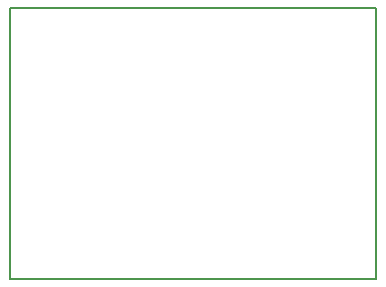
<source format=gm1>
G04 #@! TF.FileFunction,Profile,NP*
%FSLAX46Y46*%
G04 Gerber Fmt 4.6, Leading zero omitted, Abs format (unit mm)*
G04 Created by KiCad (PCBNEW 4.0.5-e0-6337~49~ubuntu16.04.1) date Tue May  2 23:34:14 2017*
%MOMM*%
%LPD*%
G01*
G04 APERTURE LIST*
%ADD10C,0.100000*%
%ADD11C,0.150000*%
G04 APERTURE END LIST*
D10*
D11*
X140000000Y-95000000D02*
X171000000Y-95000000D01*
X140000000Y-72000000D02*
X140000000Y-95000000D01*
X171000000Y-72000000D02*
X140000000Y-72000000D01*
X171000000Y-95000000D02*
X171000000Y-72000000D01*
M02*

</source>
